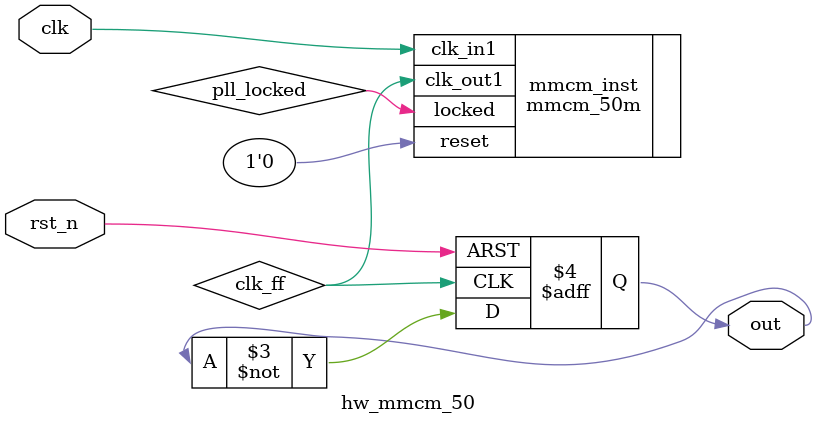
<source format=sv>
`timescale 1ns / 1ps

module hw_mmcm_50
(
    output  logic   out,
    
    input   wire    clk,
    input   wire    rst_n
);

            wire    clk_ff;
            wire    pll_locked;
            
    mmcm_50m mmcm_inst(
        .clk_out1	(clk_ff),
        
        .reset 	    (1'b0),
        .locked 	(pll_locked),
        
        .clk_in1	(clk)
    );
    
    always_ff @(posedge clk_ff or negedge rst_n) begin
        if(~rst_n) begin
            out <= 0;
        end else begin
            out <= ~out;
        end
    end

endmodule


</source>
